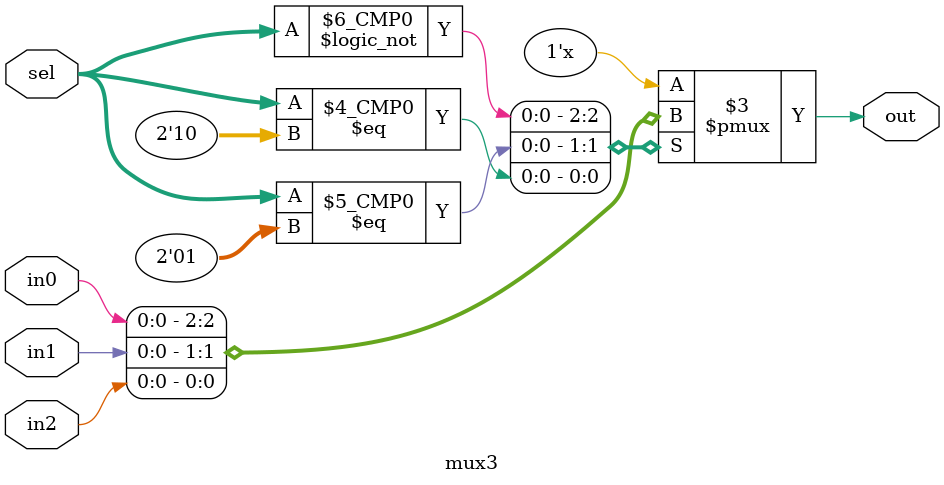
<source format=v>
`timescale 1ns / 1ps

module mux3 #( parameter W = 1 )
(
  input      [W-1:0] in0, in1, in2,
  input      [1:0]   sel,
  output reg [W-1:0] out
);

  always @(*)
  begin	
    case ( sel )
      2'd0 : out = in0;
      2'd1 : out = in1;
      2'd2 : out = in2;
      default : out = {W{1'bx}};
    endcase
  end

endmodule
</source>
